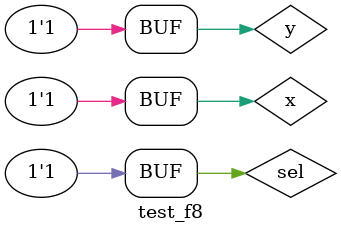
<source format=v>

module f8 ( 
    output s_or, 
    output s_nor, 
    input  a, 
    input  b 
); 

    // descrever por portas 
    or  OR1  (s_or,  a, b); 
    nor NOR1 (s_nor, a, b); 

endmodule // f8 

// ------------------------- 
//  multiplexer (2x1) 
// ------------------------- 
module mux ( 
    output s, 
    input  a, 
    input  b, 
    input  select 
); 

    // definir dados locais 
    wire not_select; 
    wire sa; 
    wire sb; 

    // descrever por portas 
    not NOT1 ( not_select, select ); 
    and AND1 ( sa, a, not_select ); 
    and AND2 ( sb, b,    select  ); 
    or  OR1  ( s , sa, sb ); 

endmodule // mux 

// ------------------------- 
// Teste 
// ------------------------- 
module test_f8; 
    // ------------------------- definir dados 
    reg  x; 
    reg  y; 
    reg  sel; 
    wire w_or; 
    wire w_nor; 
    wire z; 

    // instancia a unidade lógica 
    f8 modulo ( w_or, w_nor, x, y ); 

    // multiplexer para escolher saída única 
    mux MUX1 ( z, w_nor, w_or, sel ); 

    // ------------------------- parte principal 
    initial 
    begin : main 
        $display("Guia_0702 - Gabriel Ferreira Pereira - 842527"); 
        $display("Test LU's module (OR / NOR)"); 
        $display("   x   y   sel  |  OR   NOR   Z"); 

        // aplicar estímulos
        x = 1'b0; y = 1'b0; sel = 1'b0; 
        #1 $monitor("%4b %4b %4b  |  %4b    %4b    %4b", x, y, sel, w_or, w_nor, z); 
        
        #1 y = 1'b1; 
        #1 x = 1'b1; y = 1'b0; 
        #1 y = 1'b1; 
        #1 sel = 1'b1; x = 1'b0; y = 1'b0; 
        #1 y = 1'b1; 
        #1 x = 1'b1; y = 1'b0; 
        #1 y = 1'b1; 
    end 

endmodule // test_f8
</source>
